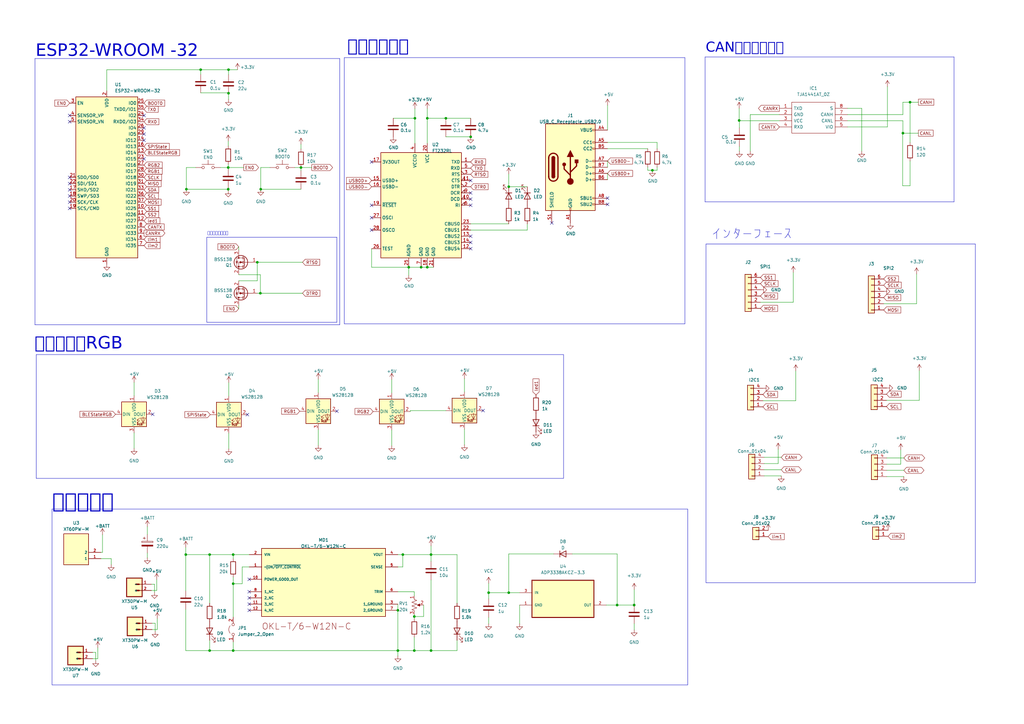
<source format=kicad_sch>
(kicad_sch (version 20230121) (generator eeschema)
  (paper "A3")
  (junction (at 170.18 48.514))
  (junction (at 93.726 28.575))
  (junction (at 172.72 109.601))
  (junction (at 82.296 28.575))
  (junction (at 163.195 266.827))
  (junction (at 267.589 69.85))
  (junction (at 106.807 120.269))
  (junction (at 208.661 243.078))
  (junction (at 303.149 49.403))
  (junction (at 193.04 56.134))
  (junction (at 76.454 77.597))
  (junction (at 208.661 76.581))
  (junction (at 167.64 109.601))
  (junction (at 95.631 239.395))
  (junction (at 176.784 266.827))
  (junction (at 105.537 107.569))
  (junction (at 169.926 252.857))
  (junction (at 93.726 38.227))
  (junction (at 93.599 68.707))
  (junction (at 253.111 248.158))
  (junction (at 373.253 41.91))
  (junction (at 169.926 266.827))
  (junction (at 163.195 250.317))
  (junction (at 370.332 54.61))
  (junction (at 260.096 248.158))
  (junction (at 76.2 227.457))
  (junction (at 93.599 77.597))
  (junction (at 200.406 243.078))
  (junction (at 95.631 227.457))
  (junction (at 175.26 48.514))
  (junction (at 106.934 77.597))
  (junction (at 175.26 109.601))
  (junction (at 123.444 68.707))
  (junction (at 85.979 266.827))
  (junction (at 182.88 48.514))
  (junction (at 176.784 227.457))
  (junction (at 95.631 266.827))
  (junction (at 165.227 227.457))
  (junction (at 85.979 227.457))
  (no_connect (at 102.235 250.317))
  (no_connect (at 152.4 89.281))
  (no_connect (at 59.055 47.371))
  (no_connect (at 28.575 77.851))
  (no_connect (at 152.4 66.421))
  (no_connect (at 28.575 49.911))
  (no_connect (at 193.04 96.901))
  (no_connect (at 28.575 85.471))
  (no_connect (at 102.235 242.697))
  (no_connect (at 59.055 52.451))
  (no_connect (at 193.04 79.121))
  (no_connect (at 138.176 168.656))
  (no_connect (at 249.174 83.82))
  (no_connect (at 28.575 75.311))
  (no_connect (at 102.235 247.777))
  (no_connect (at 198.12 168.402))
  (no_connect (at 193.04 101.981))
  (no_connect (at 193.04 81.661))
  (no_connect (at 62.611 169.926))
  (no_connect (at 28.575 47.371))
  (no_connect (at 102.235 237.617))
  (no_connect (at 193.04 99.441))
  (no_connect (at 152.4 94.361))
  (no_connect (at 249.174 81.28))
  (no_connect (at 193.04 84.201))
  (no_connect (at 28.575 82.931))
  (no_connect (at 226.314 91.44))
  (no_connect (at 28.575 80.391))
  (no_connect (at 193.04 74.041))
  (no_connect (at 102.235 245.237))
  (no_connect (at 59.055 54.991))
  (no_connect (at 101.473 170.053))
  (no_connect (at 59.055 57.531))
  (no_connect (at 28.575 72.771))
  (no_connect (at 152.4 84.201))
  (no_connect (at 59.055 65.151))
  (wire (pts (xy 325.374 123.952) (xy 311.912 123.952)))
  (wire (pts (xy 93.726 38.1) (xy 93.726 38.227)))
  (wire (pts (xy 363.728 192.913) (xy 370.713 192.913)))
  (wire (pts (xy 269.494 60.96) (xy 269.494 58.42)))
  (wire (pts (xy 208.661 243.078) (xy 213.106 243.078)))
  (wire (pts (xy 253.111 248.158) (xy 260.096 248.158)))
  (wire (pts (xy 130.556 176.276) (xy 130.556 182.626)))
  (wire (pts (xy 193.04 94.361) (xy 216.281 94.361)))
  (wire (pts (xy 54.991 156.845) (xy 54.991 162.306)))
  (wire (pts (xy 60.452 216.027) (xy 60.452 219.202)))
  (wire (pts (xy 63.627 255.651) (xy 62.357 255.651)))
  (wire (pts (xy 319.659 46.99) (xy 307.721 46.99)))
  (wire (pts (xy 106.934 68.707) (xy 106.934 77.597)))
  (wire (pts (xy 208.661 71.374) (xy 208.661 76.581)))
  (wire (pts (xy 60.452 228.727) (xy 60.452 226.822)))
  (wire (pts (xy 163.195 227.457) (xy 165.227 227.457)))
  (wire (pts (xy 169.926 244.348) (xy 169.926 242.697)))
  (wire (pts (xy 370.332 54.61) (xy 376.682 54.61)))
  (wire (pts (xy 208.661 227.203) (xy 208.661 243.078)))
  (wire (pts (xy 313.436 192.659) (xy 320.421 192.659)))
  (polyline (pts (xy 14.351 24.003) (xy 14.351 133.223)))
  (wire (pts (xy 269.494 69.85) (xy 269.494 68.58)))
  (wire (pts (xy 370.332 41.91) (xy 370.332 46.99)))
  (wire (pts (xy 63.373 242.951) (xy 63.373 239.649)))
  (wire (pts (xy 260.096 241.808) (xy 260.096 248.158)))
  (wire (pts (xy 377.063 164.211) (xy 363.601 164.211)))
  (wire (pts (xy 41.402 229.108) (xy 45.593 229.108)))
  (wire (pts (xy 377.063 152.019) (xy 377.063 164.211)))
  (polyline (pts (xy 14.351 24.003) (xy 139.319 24.003)))
  (wire (pts (xy 97.917 102.489) (xy 97.917 101.219)))
  (wire (pts (xy 313.436 187.579) (xy 320.421 187.579)))
  (wire (pts (xy 123.444 68.707) (xy 127.889 68.707)))
  (wire (pts (xy 373.253 66.04) (xy 373.253 76.2)))
  (wire (pts (xy 216.281 94.361) (xy 216.281 91.821)))
  (wire (pts (xy 213.106 248.158) (xy 213.106 255.778)))
  (wire (pts (xy 176.784 227.457) (xy 187.452 227.457)))
  (wire (pts (xy 95.631 227.457) (xy 102.235 227.457)))
  (wire (pts (xy 248.666 248.158) (xy 253.111 248.158)))
  (wire (pts (xy 76.2 242.316) (xy 76.2 227.457)))
  (wire (pts (xy 95.631 236.728) (xy 95.631 239.395)))
  (wire (pts (xy 97.917 112.649) (xy 106.807 112.649)))
  (wire (pts (xy 123.444 61.087) (xy 123.444 59.182)))
  (wire (pts (xy 45.593 229.108) (xy 45.593 231.521)))
  (wire (pts (xy 175.26 44.577) (xy 175.26 48.514)))
  (wire (pts (xy 347.599 49.53) (xy 370.332 49.53)))
  (wire (pts (xy 193.04 91.821) (xy 208.661 91.821)))
  (wire (pts (xy 326.39 164.338) (xy 312.928 164.338)))
  (polyline (pts (xy 391.287 23.368) (xy 391.287 82.804)))
  (wire (pts (xy 200.406 243.078) (xy 200.406 245.618)))
  (wire (pts (xy 41.402 226.568) (xy 42.037 226.568)))
  (wire (pts (xy 175.26 109.601) (xy 177.8 109.601)))
  (wire (pts (xy 106.807 120.269) (xy 105.537 120.269)))
  (wire (pts (xy 64.516 253.746) (xy 64.516 258.191)))
  (wire (pts (xy 163.195 266.827) (xy 163.195 268.986)))
  (wire (pts (xy 152.4 101.981) (xy 152.4 109.601)))
  (wire (pts (xy 99.314 239.395) (xy 95.631 239.395)))
  (wire (pts (xy 95.631 227.457) (xy 95.631 229.108)))
  (wire (pts (xy 163.195 247.777) (xy 163.195 250.317)))
  (wire (pts (xy 370.332 49.53) (xy 370.332 54.61)))
  (wire (pts (xy 347.599 52.07) (xy 363.982 52.07)))
  (wire (pts (xy 168.275 168.402) (xy 168.275 168.783)))
  (wire (pts (xy 190.5 155.321) (xy 190.5 160.782)))
  (wire (pts (xy 353.441 44.45) (xy 353.441 61.976)))
  (wire (pts (xy 249.174 66.04) (xy 249.174 68.58)))
  (wire (pts (xy 93.853 177.673) (xy 93.853 184.023)))
  (wire (pts (xy 200.406 255.778) (xy 200.406 253.238)))
  (wire (pts (xy 99.314 232.537) (xy 99.314 239.395)))
  (wire (pts (xy 95.631 263.271) (xy 95.631 266.827)))
  (wire (pts (xy 43.815 28.575) (xy 43.815 37.211)))
  (wire (pts (xy 249.174 60.96) (xy 265.684 60.96)))
  (wire (pts (xy 227.076 227.203) (xy 208.661 227.203)))
  (wire (pts (xy 303.276 60.071) (xy 303.276 61.976)))
  (wire (pts (xy 313.436 195.199) (xy 320.421 195.199)))
  (wire (pts (xy 176.784 230.251) (xy 176.784 227.457)))
  (wire (pts (xy 169.926 242.697) (xy 163.195 242.697)))
  (wire (pts (xy 187.452 266.827) (xy 176.784 266.827)))
  (wire (pts (xy 95.631 239.395) (xy 95.631 253.111)))
  (polyline (pts (xy 391.287 82.804) (xy 289.179 82.804)))
  (wire (pts (xy 303.276 52.451) (xy 303.276 49.403)))
  (wire (pts (xy 375.92 124.587) (xy 362.458 124.587)))
  (wire (pts (xy 165.227 227.457) (xy 176.784 227.457)))
  (wire (pts (xy 64.262 237.744) (xy 64.262 242.189)))
  (wire (pts (xy 40.132 265.684) (xy 40.132 270.129)))
  (wire (pts (xy 376.682 41.91) (xy 373.253 41.91)))
  (wire (pts (xy 182.88 48.514) (xy 175.26 48.514)))
  (wire (pts (xy 93.599 77.597) (xy 93.599 78.232)))
  (wire (pts (xy 190.5 176.022) (xy 190.5 182.372)))
  (wire (pts (xy 326.39 152.146) (xy 326.39 164.338)))
  (wire (pts (xy 169.926 252.857) (xy 169.926 251.968)))
  (wire (pts (xy 170.18 44.577) (xy 170.18 48.514)))
  (wire (pts (xy 93.853 156.972) (xy 93.853 162.433)))
  (wire (pts (xy 97.917 115.189) (xy 105.537 115.189)))
  (wire (pts (xy 373.253 41.91) (xy 373.253 58.42)))
  (wire (pts (xy 93.599 68.707) (xy 93.599 69.342)))
  (wire (pts (xy 303.149 49.403) (xy 303.149 49.53)))
  (wire (pts (xy 76.2 227.457) (xy 85.979 227.457)))
  (wire (pts (xy 42.037 226.568) (xy 42.037 219.329)))
  (wire (pts (xy 369.443 184.531) (xy 369.443 190.373)))
  (wire (pts (xy 85.979 266.827) (xy 76.2 266.827)))
  (wire (pts (xy 165.227 232.537) (xy 165.227 227.457)))
  (wire (pts (xy 85.979 227.457) (xy 95.631 227.457)))
  (wire (pts (xy 370.205 54.61) (xy 370.205 76.2)))
  (wire (pts (xy 54.991 177.546) (xy 54.991 183.896)))
  (wire (pts (xy 187.452 262.636) (xy 187.452 266.827)))
  (wire (pts (xy 90.424 68.707) (xy 93.599 68.707)))
  (wire (pts (xy 347.599 44.45) (xy 353.441 44.45)))
  (wire (pts (xy 253.111 227.203) (xy 253.111 248.158)))
  (wire (pts (xy 187.452 227.457) (xy 187.452 247.396)))
  (wire (pts (xy 182.88 168.402) (xy 168.275 168.402)))
  (wire (pts (xy 93.599 76.962) (xy 93.599 77.597)))
  (wire (pts (xy 76.2 266.827) (xy 76.2 249.936)))
  (wire (pts (xy 193.04 48.514) (xy 182.88 48.514)))
  (wire (pts (xy 93.726 28.575) (xy 93.726 30.607)))
  (wire (pts (xy 234.696 227.203) (xy 253.111 227.203)))
  (wire (pts (xy 169.926 261.366) (xy 169.926 266.827)))
  (wire (pts (xy 64.262 242.189) (xy 62.103 242.189)))
  (wire (pts (xy 64.516 258.191) (xy 62.357 258.191)))
  (wire (pts (xy 307.721 61.976) (xy 307.721 46.99)))
  (wire (pts (xy 163.195 266.827) (xy 95.631 266.827)))
  (polyline (pts (xy 289.179 23.368) (xy 391.287 23.368)))
  (wire (pts (xy 40.132 270.129) (xy 37.973 270.129)))
  (wire (pts (xy 369.443 190.373) (xy 363.728 190.373)))
  (polyline (pts (xy 289.179 82.804) (xy 289.179 23.368)))
  (wire (pts (xy 106.807 120.269) (xy 124.079 120.269)))
  (wire (pts (xy 110.744 68.707) (xy 106.934 68.707)))
  (wire (pts (xy 370.205 54.61) (xy 370.332 54.61)))
  (wire (pts (xy 123.444 68.707) (xy 123.444 69.977)))
  (wire (pts (xy 319.151 190.119) (xy 313.436 190.119)))
  (wire (pts (xy 370.332 41.91) (xy 373.253 41.91)))
  (wire (pts (xy 160.655 176.403) (xy 160.655 182.753)))
  (wire (pts (xy 176.784 223.901) (xy 176.784 227.457)))
  (wire (pts (xy 363.982 35.56) (xy 363.982 52.07)))
  (wire (pts (xy 85.979 227.457) (xy 85.979 247.396)))
  (wire (pts (xy 82.296 28.575) (xy 43.815 28.575)))
  (wire (pts (xy 105.537 115.189) (xy 105.537 107.569)))
  (wire (pts (xy 130.556 155.575) (xy 130.556 161.036)))
  (wire (pts (xy 63.627 258.953) (xy 63.627 255.651)))
  (wire (pts (xy 97.409 28.575) (xy 93.726 28.575)))
  (wire (pts (xy 163.195 250.317) (xy 163.195 266.827)))
  (wire (pts (xy 76.454 77.597) (xy 93.599 77.597)))
  (wire (pts (xy 85.979 262.636) (xy 85.979 266.827)))
  (wire (pts (xy 176.784 237.871) (xy 176.784 266.827)))
  (wire (pts (xy 93.599 59.817) (xy 93.599 57.912)))
  (wire (pts (xy 172.72 109.601) (xy 175.26 109.601)))
  (wire (pts (xy 249.174 71.12) (xy 249.174 73.66)))
  (wire (pts (xy 175.26 48.514) (xy 175.26 58.801)))
  (wire (pts (xy 363.728 187.833) (xy 370.713 187.833)))
  (wire (pts (xy 347.599 46.99) (xy 370.332 46.99)))
  (wire (pts (xy 97.917 126.619) (xy 97.917 125.349)))
  (wire (pts (xy 260.096 255.778) (xy 260.096 258.318)))
  (wire (pts (xy 163.195 266.827) (xy 169.926 266.827)))
  (wire (pts (xy 82.296 28.575) (xy 82.296 30.48)))
  (wire (pts (xy 249.174 43.18) (xy 249.174 53.34)))
  (wire (pts (xy 319.659 49.53) (xy 303.149 49.53)))
  (wire (pts (xy 80.264 68.707) (xy 76.454 68.707)))
  (wire (pts (xy 265.684 68.58) (xy 265.684 69.85)))
  (wire (pts (xy 176.784 266.827) (xy 169.926 266.827)))
  (wire (pts (xy 375.92 112.395) (xy 375.92 124.587)))
  (wire (pts (xy 93.599 67.437) (xy 93.599 68.707)))
  (wire (pts (xy 102.235 232.537) (xy 99.314 232.537)))
  (wire (pts (xy 39.243 267.589) (xy 37.973 267.589)))
  (wire (pts (xy 319.151 184.277) (xy 319.151 190.119)))
  (wire (pts (xy 216.281 76.581) (xy 208.661 76.581)))
  (wire (pts (xy 169.926 253.746) (xy 169.926 252.857)))
  (wire (pts (xy 325.374 111.76) (xy 325.374 123.952)))
  (polyline (pts (xy 14.351 133.223) (xy 139.319 133.223)))
  (wire (pts (xy 93.599 68.707) (xy 99.949 68.707)))
  (wire (pts (xy 200.406 243.078) (xy 208.661 243.078)))
  (wire (pts (xy 173.736 248.158) (xy 173.736 252.857)))
  (wire (pts (xy 182.88 56.134) (xy 193.04 56.134)))
  (wire (pts (xy 370.205 76.2) (xy 373.253 76.2)))
  (wire (pts (xy 105.537 107.569) (xy 124.079 107.569)))
  (wire (pts (xy 269.494 58.42) (xy 249.174 58.42)))
  (polyline (pts (xy 139.319 133.223) (xy 139.319 24.003)))
  (wire (pts (xy 120.904 68.707) (xy 123.444 68.707)))
  (wire (pts (xy 76.454 68.707) (xy 76.454 77.597)))
  (wire (pts (xy 39.243 270.891) (xy 39.243 267.589)))
  (wire (pts (xy 170.18 48.514) (xy 161.29 48.514)))
  (wire (pts (xy 106.807 112.649) (xy 106.807 120.269)))
  (wire (pts (xy 93.726 28.575) (xy 82.296 28.575)))
  (wire (pts (xy 95.631 266.827) (xy 85.979 266.827)))
  (wire (pts (xy 170.18 48.514) (xy 170.18 58.801)))
  (wire (pts (xy 167.64 112.903) (xy 167.64 109.601)))
  (wire (pts (xy 267.589 69.85) (xy 269.494 69.85)))
  (wire (pts (xy 160.655 155.702) (xy 160.655 161.163)))
  (wire (pts (xy 106.934 77.597) (xy 123.444 77.597)))
  (wire (pts (xy 303.276 49.403) (xy 303.149 49.403)))
  (wire (pts (xy 167.64 109.601) (xy 172.72 109.601)))
  (wire (pts (xy 363.728 195.453) (xy 370.713 195.453)))
  (wire (pts (xy 173.736 252.857) (xy 169.926 252.857)))
  (wire (pts (xy 63.373 239.649) (xy 62.103 239.649)))
  (wire (pts (xy 265.684 69.85) (xy 267.589 69.85)))
  (wire (pts (xy 200.406 239.268) (xy 200.406 243.078)))
  (wire (pts (xy 82.296 38.1) (xy 93.726 38.1)))
  (wire (pts (xy 93.726 38.227) (xy 93.726 40.767)))
  (wire (pts (xy 152.4 109.601) (xy 167.64 109.601)))
  (wire (pts (xy 76.2 224.536) (xy 76.2 227.457)))
  (wire (pts (xy 163.195 232.537) (xy 165.227 232.537)))
  (wire (pts (xy 303.149 44.45) (xy 303.149 49.403)))
  (rectangle (start 141.224 23.622) (end 280.924 132.842))
  (rectangle (start 84.836 97.282) (end 138.176 132.207))
  (rectangle (start 289.56 100.076) (end 400.05 239.014))
  (rectangle (start 21.336 208.788) (end 282.067 280.924))
  (rectangle (start 14.859 145.415) (end 231.14 196.215))
  (text "CANトランシーバ" (at 289.433 23.114 0) (effects (font (size 4 4)) (justify left bottom)))
  (text "電源ライン" (at 21.463 211.074 0) (effects (font (size 6 6)) (justify left bottom)))
  (text "ステータスRGB" (at 14.224 145.288 0) (effects (font (size 5 5)) (justify left bottom)))
  (text "インターフェース" (at 291.719 98.679 0) (effects (font (size 4 4)) (justify left bottom)))
  (text "シリアル変換" (at 142.494 23.495 0) (effects (font (size 5 5)) (justify left bottom)))
  (text "自動書き込み回路" (at 85.09 96.901 0) (effects (font (size 1.27 1.27)) (justify left bottom)))
  (text "ESP32-WROOM -32" (at 14.605 25.273 0) (effects (font (size 5 5)) (justify left bottom)))
  (global_label "RX0" (shape input) (at 193.04 66.421 0) (property "Intersheetrefs" "${INTERSHEET_REFS}" (effects hide)))
  (global_label "DTR0" (shape input) (at 124.079 120.269 0) (property "Intersheetrefs" "${INTERSHEET_REFS}" (effects hide)))
  (global_label "RTS0" (shape input) (at 193.04 71.501 0) (property "Intersheetrefs" "${INTERSHEET_REFS}" (effects hide)))
  (global_label "CANH" (shape bidirectional) (at 320.421 187.579 0) (property "Intersheetrefs" "${INTERSHEET_REFS}" (effects hide)))
  (global_label "SS2" (shape input) (at 362.458 114.427 0) (property "Intersheetrefs" "${INTERSHEET_REFS}" (effects hide)))
  (global_label "SCLK" (shape input) (at 59.055 72.771 0) (property "Intersheetrefs" "${INTERSHEET_REFS}" (effects hide)))
  (global_label "RGB2" (shape input) (at 59.055 67.691 0) (property "Intersheetrefs" "${INTERSHEET_REFS}" (effects hide)))
  (global_label "DTR0" (shape input) (at 193.04 76.581 0) (property "Intersheetrefs" "${INTERSHEET_REFS}" (effects hide)))
  (global_label "TX0" (shape input) (at 193.04 68.961 0) (property "Intersheetrefs" "${INTERSHEET_REFS}" (effects hide)))
  (global_label "CANRX" (shape output) (at 319.659 44.45 180) (property "Intersheetrefs" "${INTERSHEET_REFS}" (effects hide)))
  (global_label "SDA" (shape input) (at 363.601 161.671 0) (property "Intersheetrefs" "${INTERSHEET_REFS}" (effects hide)))
  (global_label "CANTX" (shape input) (at 59.055 93.091 0) (property "Intersheetrefs" "${INTERSHEET_REFS}" (effects hide)))
  (global_label "RX0" (shape input) (at 59.055 49.911 0) (property "Intersheetrefs" "${INTERSHEET_REFS}" (effects hide)))
  (global_label "EN0" (shape input) (at 28.575 42.291 180) (property "Intersheetrefs" "${INTERSHEET_REFS}" (effects hide)))
  (global_label "USB0D+" (shape input) (at 152.4 74.041 180) (property "Intersheetrefs" "${INTERSHEET_REFS}" (effects hide)))
  (global_label "BOOT0" (shape input) (at 97.917 101.219 180) (property "Intersheetrefs" "${INTERSHEET_REFS}" (effects hide)))
  (global_label "MISO" (shape input) (at 59.055 75.311 0) (property "Intersheetrefs" "${INTERSHEET_REFS}" (effects hide)))
  (global_label "SPIState" (shape input) (at 86.233 170.053 180) (property "Intersheetrefs" "${INTERSHEET_REFS}" (effects hide)))
  (global_label "BLEStateRGB" (shape input) (at 59.055 62.611 0) (property "Intersheetrefs" "${INTERSHEET_REFS}" (effects hide)))
  (global_label "led1" (shape input) (at 219.837 161.925 90) (property "Intersheetrefs" "${INTERSHEET_REFS}" (effects hide)))
  (global_label "SDA" (shape input) (at 59.055 77.851 0) (property "Intersheetrefs" "${INTERSHEET_REFS}" (effects hide)))
  (global_label "BOOT0" (shape output) (at 127.889 68.707 0) (property "Intersheetrefs" "${INTERSHEET_REFS}" (effects hide)))
  (global_label "EN0" (shape input) (at 97.917 126.619 180) (property "Intersheetrefs" "${INTERSHEET_REFS}" (effects hide)))
  (global_label "lim2" (shape input) (at 59.055 100.711 0) (property "Intersheetrefs" "${INTERSHEET_REFS}" (effects hide)))
  (global_label "EN0" (shape output) (at 99.949 68.707 0) (property "Intersheetrefs" "${INTERSHEET_REFS}" (effects hide)))
  (global_label "SS1" (shape input) (at 59.055 85.471 0) (property "Intersheetrefs" "${INTERSHEET_REFS}" (effects hide)))
  (global_label "MOSI" (shape input) (at 59.055 82.931 0) (property "Intersheetrefs" "${INTERSHEET_REFS}" (effects hide)))
  (global_label "lim1" (shape input) (at 315.087 220.091 0) (property "Intersheetrefs" "${INTERSHEET_REFS}" (effects hide)))
  (global_label "led1" (shape input) (at 59.055 90.551 0) (property "Intersheetrefs" "${INTERSHEET_REFS}" (effects hide)))
  (global_label "RTS0" (shape input) (at 124.079 107.569 0) (property "Intersheetrefs" "${INTERSHEET_REFS}" (effects hide)))
  (global_label "CANH" (shape bidirectional) (at 370.713 187.833 0) (property "Intersheetrefs" "${INTERSHEET_REFS}" (effects hide)))
  (global_label "SCLK" (shape input) (at 362.458 116.967 0) (property "Intersheetrefs" "${INTERSHEET_REFS}" (effects hide)))
  (global_label "CANL" (shape bidirectional) (at 370.713 192.913 0) (property "Intersheetrefs" "${INTERSHEET_REFS}" (effects hide)))
  (global_label "RGB1" (shape input) (at 122.936 168.656 180) (property "Intersheetrefs" "${INTERSHEET_REFS}" (effects hide)))
  (global_label "lim1" (shape input) (at 59.055 98.171 0) (property "Intersheetrefs" "${INTERSHEET_REFS}" (effects hide)))
  (global_label "SCL" (shape input) (at 312.928 166.878 0) (property "Intersheetrefs" "${INTERSHEET_REFS}" (effects hide)))
  (global_label "CANRX" (shape output) (at 59.055 95.631 0) (property "Intersheetrefs" "${INTERSHEET_REFS}" (effects hide)))
  (global_label "MISO" (shape input) (at 311.912 121.412 0) (property "Intersheetrefs" "${INTERSHEET_REFS}" (effects hide)))
  (global_label "RGB1" (shape input) (at 59.055 70.231 0) (property "Intersheetrefs" "${INTERSHEET_REFS}" (effects hide)))
  (global_label "CANTX" (shape input) (at 319.659 52.07 180) (property "Intersheetrefs" "${INTERSHEET_REFS}" (effects hide)))
  (global_label "CANL" (shape bidirectional) (at 320.421 192.659 0) (property "Intersheetrefs" "${INTERSHEET_REFS}" (effects hide)))
  (global_label "CANH" (shape passive) (at 376.682 41.91 0) (property "Intersheetrefs" "${INTERSHEET_REFS}" (effects hide)))
  (global_label "SS1" (shape input) (at 311.912 113.792 0) (property "Intersheetrefs" "${INTERSHEET_REFS}" (effects hide)))
  (global_label "SCLK" (shape input) (at 311.912 116.332 0) (property "Intersheetrefs" "${INTERSHEET_REFS}" (effects hide)))
  (global_label "SCL" (shape input) (at 59.055 80.391 0) (property "Intersheetrefs" "${INTERSHEET_REFS}" (effects hide)))
  (global_label "SCL" (shape input) (at 363.601 166.751 0) (property "Intersheetrefs" "${INTERSHEET_REFS}" (effects hide)))
  (global_label "RGB2" (shape input) (at 153.035 168.783 180) (property "Intersheetrefs" "${INTERSHEET_REFS}" (effects hide)))
  (global_label "BOOT0" (shape input) (at 59.055 42.291 0) (property "Intersheetrefs" "${INTERSHEET_REFS}" (effects hide)))
  (global_label "USB0D-" (shape input) (at 249.174 66.04 0) (property "Intersheetrefs" "${INTERSHEET_REFS}" (effects hide)))
  (global_label "MOSI" (shape input) (at 311.912 126.492 0) (property "Intersheetrefs" "${INTERSHEET_REFS}" (effects hide)))
  (global_label "MOSI" (shape input) (at 362.458 127.127 0) (property "Intersheetrefs" "${INTERSHEET_REFS}" (effects hide)))
  (global_label "CANL" (shape passive) (at 376.682 54.61 0) (property "Intersheetrefs" "${INTERSHEET_REFS}" (effects hide)))
  (global_label "USB0D-" (shape input) (at 152.4 76.581 180) (property "Intersheetrefs" "${INTERSHEET_REFS}" (effects hide)))
  (global_label "BLEStateRGB" (shape input) (at 47.371 169.926 180) (property "Intersheetrefs" "${INTERSHEET_REFS}" (effects hide)))
  (global_label "lim2" (shape input) (at 364.236 219.964 0) (property "Intersheetrefs" "${INTERSHEET_REFS}" (effects hide)))
  (global_label "TX0" (shape input) (at 59.055 44.831 0) (property "Intersheetrefs" "${INTERSHEET_REFS}" (effects hide)))
  (global_label "SDA" (shape input) (at 312.928 161.798 0) (property "Intersheetrefs" "${INTERSHEET_REFS}" (effects hide)))
  (global_label "USB0D+" (shape input) (at 249.174 71.12 0) (property "Intersheetrefs" "${INTERSHEET_REFS}" (effects hide)))
  (global_label "SPIState" (shape input) (at 59.055 60.071 0) (property "Intersheetrefs" "${INTERSHEET_REFS}" (effects hide)))
  (global_label "MISO" (shape input) (at 362.458 122.047 0) (property "Intersheetrefs" "${INTERSHEET_REFS}" (effects hide)))
  (global_label "SS2" (shape input) (at 59.055 88.011 0) (property "Intersheetrefs" "${INTERSHEET_REFS}" (effects hide)))
  (symbol (lib_id "power:GND") (at 130.556 182.626 0) (unit 1)
    (property "Reference" "#PWR054" (effects hide))
    (property "Value" "GND" (at 130.556 187.706 0))
  )
  (symbol (lib_id "power:+5V") (at 319.151 184.277 0) (unit 1)
    (property "Reference" "#PWR045" (effects hide))
    (property "Value" "+5V" (at 319.151 179.324 0))
  )
  (symbol (lib_id "power:GND") (at 353.441 61.976 0) (unit 1)
    (property "Reference" "#PWR032" (effects hide))
    (property "Value" "GND" (at 353.441 65.786 0))
  )
  (symbol (lib_id "power:+3.3V") (at 170.18 44.577 0) (unit 1)
    (property "Reference" "#PWR012" (effects hide))
    (property "Value" "+3.3V" (at 170.18 40.894 0))
  )
  (symbol (lib_id "power:+5V") (at 369.443 184.531 0) (unit 1)
    (property "Reference" "#PWR047" (effects hide))
    (property "Value" "+5V" (at 369.443 179.578 0))
  )
  (symbol (lib_id "Connector_Generic:Conn_01x06") (at 306.832 121.412 180) (unit 1)
    (property "Reference" "J2" (at 306.832 107.569 0))
    (property "Value" "SPI1" (at 313.944 109.347 0))
    (property "Footprint" "Connector_JST:JST_XH_B6B-XH-A_1x06_P2.50mm_Vertical" (effects hide))
  )
  (symbol (lib_id "power:GND") (at 161.29 56.134 0) (unit 1)
    (property "Reference" "#PWR010" (effects hide))
    (property "Value" "GND" (at 161.417 60.5282 0))
  )
  (symbol (lib_id "Device:R") (at 269.494 64.77 0) (unit 1)
    (property "Reference" "R6" (at 271.399 64.135 0) (effects (justify left)))
    (property "Value" "4.7k" (at 271.399 66.675 0) (effects (justify left)))
    (property "Footprint" "Resistor_SMD:R_0603_1608Metric_Pad0.98x0.95mm_HandSolder" (effects hide))
  )
  (symbol (lib_id "Device:C") (at 82.296 34.29 0) (unit 1)
    (property "Reference" "C1" (at 86.106 33.655 0) (effects (justify left)))
    (property "Value" "0.1u" (at 86.106 36.195 0) (effects (justify left)))
    (property "Footprint" "Capacitor_SMD:C_0402_1005Metric_Pad0.74x0.62mm_HandSolder" (effects hide))
  )
  (symbol (lib_id "Device:R") (at 373.253 62.23 0) (unit 1)
    (property "Reference" "R14" (at 375.793 60.9599 0) (effects (justify left)))
    (property "Value" "120" (at 375.793 63.4999 0) (effects (justify left)))
    (property "Footprint" "Resistor_SMD:R_0603_1608Metric" (effects hide))
  )
  (symbol (lib_id "Device:C") (at 260.096 251.968 0) (unit 1)
    (property "Reference" "C13" (at 263.906 250.6979 0) (effects (justify left)))
    (property "Value" "1u" (at 263.906 253.2379 0) (effects (justify left)))
    (property "Footprint" "Capacitor_SMD:C_0402_1005Metric" (effects hide))
  )
  (symbol (lib_id "power:+5V") (at 93.853 156.972 0) (unit 1)
    (property "Reference" "#PWR022" (effects hide))
    (property "Value" "+5V" (at 93.853 153.543 0))
  )
  (symbol (lib_id "Connector_Generic:Conn_01x04") (at 307.848 164.338 180) (unit 1)
    (property "Reference" "J4" (at 307.848 151.892 0))
    (property "Value" "I2C1" (at 309.372 155.829 0))
    (property "Footprint" "Connector_JST:JST_XH_B4B-XH-A_1x04_P2.50mm_Vertical" (effects hide))
  )
  (symbol (lib_id "power:GND") (at 93.599 78.232 0) (unit 1)
    (property "Reference" "#PWR07" (effects hide))
    (property "Value" "GND" (at 93.599 83.312 0))
  )
  (symbol (lib_id "power:GND") (at 320.421 195.199 0) (unit 1)
    (property "Reference" "#PWR046" (effects hide))
    (property "Value" "GND" (at 320.421 200.279 0))
  )
  (symbol (lib_id "Device:R") (at 265.684 64.77 0) (unit 1)
    (property "Reference" "R5" (at 260.604 64.135 0) (effects (justify left)))
    (property "Value" "4.7k" (at 259.969 66.675 0) (effects (justify left)))
    (property "Footprint" "Resistor_SMD:R_0603_1608Metric_Pad0.98x0.95mm_HandSolder" (effects hide))
  )
  (symbol (lib_id "power:+5V") (at 303.149 44.45 0) (unit 1)
    (property "Reference" "#PWR029" (effects hide))
    (property "Value" "+5V" (at 303.149 40.64 0))
  )
  (symbol (lib_id "LED:WS2812B") (at 190.5 168.402 0) (unit 1)
    (property "Reference" "D7" (at 200.533 159.258 0))
    (property "Value" "WS2812B" (at 200.533 161.798 0))
    (property "Footprint" "LED_SMD:LED_WS2812B_PLCC4_5.0x5.0mm_P3.2mm" (effects hide))
    (property "Datasheet" "https://cdn-shop.adafruit.com/datasheets/WS2812B.pdf" (effects hide))
  )
  (symbol (lib_id "0-Myparts:OKL-T{slash}6-W12N-C") (at 104.775 219.837 0) (unit 1)
    (property "Reference" "MD1" (at 132.715 221.488 0))
    (property "Value" "OKL-T/6-W12N-C" (at 132.715 224.028 0))
    (property "Footprint" "0-Myparts:MURATA_OKL-T-6-W12N-C_0" (effects hide))
    (property "MFG_PACKAGE_IDENT_REV" "0" (effects hide))
    (property "TEMPERATURE_RANGE_LOW" "-40°C" (effects hide))
    (property "OUTPUT_CURRENT" "6A" (effects hide))
    (property "ROHS" "Yes" (effects hide))
    (property "TEMPERATURE_RANGE_HIGH" "+85°C" (effects hide))
    (property "NOMINAL_SUPPLY_CURRENT" "20mA" (effects hide))
    (property "MFG_PACKAGE_IDENT_DATE" "0" (effects hide))
    (property "HEIGHT" "7.2mm" (effects hide))
    (property "SWITCHING_TOPOLOGY" "Buck" (effects hide))
    (property "OUTPUT_TYPE" "AdjustableProgrammable" (effects hide))
    (property "DIGIKEY_PART_NUMBER" "811-2214-1-ND" (effects hide))
    (property "MFG_PACKAGE_IDENT_COMPONENT_ID" "4873da16363307f0" (effects hide))
    (property "OUTPUT_VOLTAGE" "0.591-5.5V" (effects hide))
    (property "DEVICE_CLASS_L2" "Power Management ICs" (effects hide))
    (property "FOOTPRINT_VARIANT_NAME_0" "Recommended_Land_Pattern" (effects hide))
    (property "DEVICE_CLASS_L1" "Integrated Circuits (ICs)" (effects hide))
    (property "SWITCHING_FREQUENCY" "600kHz" (effects hide))
    (property "MFG_PACKAGE_IDENT" "OKL-T/6-W12" (effects hide))
    (property "MPN" "OKL-T/6-W12N-C" (effects hide))
    (property "AUTOMOTIVE" "No" (effects hide))
    (property "PACKAGE" "iLGA12" (effects hide))
    (property "PREFIX" "MD" (effects hide))
    (property "LEAD_FREE" "Yes" (effects hide))
    (property "DIGIKEY_DESCRIPTION" "DC DC CONVERTER 0.591-5.5V 30W" (effects hide))
    (property "VERIFICATION_VERSION" "0.0.0.3" (effects hide))
    (property "MAX_SUPPLY_VOLTAGE" "14V" (effects hide))
    (property "NUMBER_OF_OUTPUTS" "1" (effects hide))
    (property "MIN_SUPPLY_VOLTAGE" "4.5V" (effects hide))
    (property "DEVICE_CLASS_L3" "Voltage Regulators - Switching" (effects hide))
    (property "CENTROID_NOT_SPECIFIED" "No" (effects hide))
    (property "DATASHEET" "https://www.murata.com/en-us/products/productdetail.aspx?partno=OKL-T/6-W12N-C" (effects hide))
    (property "MF" "Murata" (effects hide))
    (property "MOUSER_PART_NUMBER" "580-OKL-T/6-W12N-C" (effects hide))
    (property "MOUSER_DESCRIPTION" "Non-Isolated DC/DC Converters 12Vin .59-5.5Vout 6A 30W Neg Polarity" (effects hide))
  )
  (symbol (lib_id "Switch:SW_Push") (at 115.824 68.707 0) (unit 1)
    (property "Reference" "SW2" (at 115.824 61.722 0))
    (property "Value" "BOOT0" (at 115.824 64.262 0))
    (property "Footprint" "0-Myparts:SKRPABE010" (effects hide))
  )
  (symbol (lib_id "power:+5V") (at 160.655 155.702 0) (unit 1)
    (property "Reference" "#PWR028" (effects hide))
    (property "Value" "+5V" (at 160.655 152.273 0))
  )
  (symbol (lib_id "power:+BATT") (at 42.037 219.329 0) (unit 1)
    (property "Reference" "#PWR040" (effects hide))
    (property "Value" "+BATT" (at 42.037 215.773 0))
  )
  (symbol (lib_id "power:GND") (at 370.713 195.453 0) (unit 1)
    (property "Reference" "#PWR048" (effects hide))
    (property "Value" "GND" (at 370.713 200.533 0))
  )
  (symbol (lib_id "power:GND") (at 193.04 56.134 0) (unit 1)
    (property "Reference" "#PWR014" (effects hide))
    (property "Value" "GND" (at 193.167 60.5282 0))
  )
  (symbol (lib_id "power:GND") (at 93.853 184.023 0) (unit 1)
    (property "Reference" "#PWR052" (effects hide))
    (property "Value" "GND" (at 93.853 189.103 0))
  )
  (symbol (lib_id "power:GND") (at 190.5 182.372 0) (unit 1)
    (property "Reference" "#PWR058" (effects hide))
    (property "Value" "GND" (at 190.5 187.452 0))
  )
  (symbol (lib_id "Device:R") (at 219.837 165.735 0) (unit 1)
    (property "Reference" "R20" (at 222.25 165.1 0) (effects (justify left)))
    (property "Value" "1k" (at 222.25 167.64 0) (effects (justify left)))
    (property "Footprint" "Resistor_SMD:R_0603_1608Metric_Pad0.98x0.95mm_HandSolder" (effects hide))
  )
  (symbol (lib_id "power:+5V") (at 64.516 253.746 0) (unit 1)
    (property "Reference" "#PWR036" (effects hide))
    (property "Value" "+5V" (at 64.516 250.317 0))
  )
  (symbol (lib_id "Device:LED") (at 216.281 80.391 270) (unit 1)
    (property "Reference" "D2" (at 218.821 78.1685 90) (effects (justify left)))
    (property "Value" "LED" (at 218.821 80.7085 90) (effects (justify left)))
    (property "Footprint" "LED_SMD:LED_0603_1608Metric_Pad1.05x0.95mm_HandSolder" (effects hide))
  )
  (symbol (lib_id "power:GND") (at 160.655 182.753 0) (unit 1)
    (property "Reference" "#PWR056" (effects hide))
    (property "Value" "GND" (at 160.655 187.833 0))
  )
  (symbol (lib_id "Transistor_FET:BSS138") (at 100.457 120.269 180) (unit 1)
    (property "Reference" "Q2" (at 95.2754 121.4374 0) (effects (justify left)))
    (property "Value" "BSS138" (at 95.2754 119.126 0) (effects (justify left)))
    (property "Footprint" "Package_TO_SOT_SMD:SOT-23" (effects hide))
    (property "Datasheet" "https://www.onsemi.com/pub/Collateral/BSS138-D.PDF" (effects hide))
  )
  (symbol (lib_id "power:GND") (at 260.096 258.318 0) (unit 1)
    (property "Reference" "#PWR065" (effects hide))
    (property "Value" "GND" (at 260.096 263.398 0))
  )
  (symbol (lib_id "power:+5V") (at 249.174 43.18 0) (unit 1)
    (property "Reference" "#PWR017" (effects hide))
    (property "Value" "+5V" (at 249.555 38.7858 0))
  )
  (symbol (lib_name "XT30PW-M_1") (lib_id "0-Myparts:XT30PW-M") (at 55.245 257.175 0) (mirror x) (unit 1)
    (property "Reference" "U6" (at 55.372 265.176 0))
    (property "Value" "XT30PW-M" (at 55.372 262.636 0))
    (property "Footprint" "Connector_AMASS:AMASS_XT30U-M_1x02_P5.0mm_Vertical" (effects hide))
  )
  (symbol (lib_id "power:GND") (at 213.106 255.778 0) (unit 1)
    (property "Reference" "#PWR063" (effects hide))
    (property "Value" "GND" (at 213.106 260.858 0))
  )
  (symbol (lib_id "0-Myparts:ADP3338AKCZ-3.3") (at 230.886 243.078 0) (unit 1)
    (property "Reference" "U4" (at 230.886 232.283 0))
    (property "Value" "ADP3338AKCZ-3.3" (at 230.886 234.823 0))
    (property "Footprint" "0-Myparts:SOT230P700X180-4N" (effects hide))
    (property "SUPPLIER" "Analog Devices" (effects hide))
    (property "MPN" "ADP3338AKCZ-3.3" (effects hide))
    (property "OC_FARNELL" "1319314" (effects hide))
    (property "OC_NEWARK" "19M8721" (effects hide))
    (property "PACKAGE" "SOT-223-3" (effects hide))
  )
  (symbol (lib_id "power:+5V") (at 176.784 223.901 0) (unit 1)
    (property "Reference" "#PWR042" (effects hide))
    (property "Value" "+5V" (at 176.784 220.472 0))
  )
  (symbol (lib_id "RF_Module:ESP32-WROOM-32") (at 43.815 72.771 0) (unit 1)
    (property "Reference" "U1" (at 47.117 34.671 0) (effects (justify left)))
    (property "Value" "ESP32-WROOM-32" (at 47.117 37.211 0) (effects (justify left)))
    (property "Footprint" "RF_Module:ESP32-WROOM-32" (effects hide))
    (property "Datasheet" "https://www.espressif.com/sites/default/files/documentation/esp32-wroom-32_datasheet_en.pdf" (effects hide))
  )
  (symbol (lib_id "power:+3.3V") (at 326.39 152.146 0) (unit 1)
    (property "Reference" "#PWR025" (effects hide))
    (property "Value" "+3.3V" (at 326.39 147.066 0))
  )
  (symbol (lib_id "Transistor_FET:BSS138") (at 100.457 107.569 0) (mirror y) (unit 1)
    (property "Reference" "Q1" (at 95.2754 108.7374 0) (effects (justify left)))
    (property "Value" "BSS138" (at 95.2754 106.426 0) (effects (justify left)))
    (property "Footprint" "Package_TO_SOT_SMD:SOT-23" (effects hide))
    (property "Datasheet" "https://www.onsemi.com/pub/Collateral/BSS138-D.PDF" (effects hide))
  )
  (symbol (lib_id "power:GND") (at 63.627 258.953 0) (unit 1)
    (property "Reference" "#PWR035" (effects hide))
    (property "Value" "GND" (at 63.627 264.414 0))
  )
  (symbol (lib_id "Connector_Generic:Conn_01x02") (at 310.007 220.091 180) (unit 1)
    (property "Reference" "J8" (at 310.007 212.09 0))
    (property "Value" "Conn_01x02" (at 310.007 214.63 0))
    (property "Footprint" "Connector_JST:JST_XH_B2B-XH-A_1x02_P2.50mm_Vertical" (effects hide))
  )
  (symbol (lib_id "power:+3.3V") (at 315.087 217.551 0) (unit 1)
    (property "Reference" "#PWR073" (effects hide))
    (property "Value" "+3.3V" (at 315.087 212.471 0))
  )
  (symbol (lib_id "power:GND") (at 45.593 231.521 0) (unit 1)
    (property "Reference" "#PWR039" (effects hide))
    (property "Value" "GND" (at 45.593 236.601 0))
  )
  (symbol (lib_name "XT30PW-M_1") (lib_id "0-Myparts:XT30PW-M") (at 30.861 269.113 0) (mirror x) (unit 1)
    (property "Reference" "U7" (at 30.988 277.114 0))
    (property "Value" "XT30PW-M" (at 30.988 274.574 0))
    (property "Footprint" "Connector_AMASS:AMASS_XT30U-M_1x02_P5.0mm_Vertical" (effects hide))
  )
  (symbol (lib_id "Switch:SW_Push") (at 85.344 68.707 0) (unit 1)
    (property "Reference" "SW1" (at 85.344 61.976 0))
    (property "Value" "EN0" (at 85.344 64.516 0))
    (property "Footprint" "0-Myparts:SKRPABE010" (effects hide))
  )
  (symbol (lib_id "power:+5V") (at 40.132 265.684 0) (unit 1)
    (property "Reference" "#PWR059" (effects hide))
    (property "Value" "+5V" (at 40.132 262.255 0))
  )
  (symbol (lib_id "power:GND") (at 219.837 177.165 0) (unit 1)
    (property "Reference" "#PWR034" (effects hide))
    (property "Value" "GND" (at 219.837 182.245 0))
  )
  (symbol (lib_id "Device:R") (at 85.979 251.206 0) (unit 1)
    (property "Reference" "R18" (at 88.9 250.571 0) (effects (justify left)))
    (property "Value" "1.8k" (at 88.9 253.111 0) (effects (justify left)))
    (property "Footprint" "Resistor_SMD:R_0603_1608Metric_Pad0.98x0.95mm_HandSolder" (effects hide))
  )
  (symbol (lib_id "power:+5V") (at 130.556 155.575 0) (unit 1)
    (property "Reference" "#PWR027" (effects hide))
    (property "Value" "+5V" (at 130.556 152.146 0))
  )
  (symbol (lib_id "Device:LED") (at 208.661 80.391 270) (unit 1)
    (property "Reference" "D1" (at 211.201 78.1685 90) (effects (justify left)))
    (property "Value" "LED" (at 211.201 80.7085 90) (effects (justify left)))
    (property "Footprint" "LED_SMD:LED_0603_1608Metric_Pad1.05x0.95mm_HandSolder" (effects hide))
  )
  (symbol (lib_id "Device:R_Potentiometer_US") (at 169.926 248.158 0) (unit 1)
    (property "Reference" "RV1" (at 167.386 247.523 0) (effects (justify right)))
    (property "Value" "20k" (at 167.386 250.063 0) (effects (justify right)))
    (property "Footprint" "0-Myparts:TSR-3296" (effects hide))
  )
  (symbol (lib_id "power:GND") (at 54.991 183.896 0) (unit 1)
    (property "Reference" "#PWR050" (effects hide))
    (property "Value" "GND" (at 54.991 188.976 0))
  )
  (symbol (lib_id "power:GND") (at 60.452 228.727 0) (unit 1)
    (property "Reference" "#PWR041" (effects hide))
    (property "Value" "GND" (at 60.452 233.807 0))
  )
  (symbol (lib_id "power:GND") (at 167.64 112.903 0) (unit 1)
    (property "Reference" "#PWR011" (effects hide))
    (property "Value" "GND" (at 167.767 117.2972 0))
  )
  (symbol (lib_id "Device:C") (at 303.276 56.261 0) (unit 1)
    (property "Reference" "C5" (at 295.91 56.261 0) (effects (justify left)))
    (property "Value" "0.1u" (at 297.561 58.166 0) (effects (justify left)))
    (property "Footprint" "Capacitor_SMD:C_0402_1005Metric" (effects hide))
  )
  (symbol (lib_id "power:GND") (at 163.195 268.986 0) (unit 1)
    (property "Reference" "#PWR043" (effects hide))
    (property "Value" "GND" (at 163.195 274.066 0))
  )
  (symbol (lib_id "Device:R") (at 95.631 232.918 0) (unit 1)
    (property "Reference" "R15" (at 89.916 231.902 0) (effects (justify left)))
    (property "Value" "20k" (at 89.916 234.442 0) (effects (justify left)))
    (property "Footprint" "Resistor_SMD:R_0603_1608Metric_Pad0.98x0.95mm_HandSolder" (effects hide))
  )
  (symbol (lib_id "Device:C") (at 176.784 234.061 0) (unit 1)
    (property "Reference" "C11" (at 180.086 233.426 0) (effects (justify left)))
    (property "Value" "10u" (at 180.086 235.966 0) (effects (justify left)))
    (property "Footprint" "Capacitor_SMD:C_0603_1608Metric_Pad1.08x0.95mm_HandSolder" (effects hide))
  )
  (symbol (lib_id "Device:LED") (at 85.979 258.826 90) (unit 1)
    (property "Reference" "D9" (at 88.9 259.7785 90) (effects (justify right)))
    (property "Value" "LED" (at 88.9 262.3185 90) (effects (justify right)))
    (property "Footprint" "LED_SMD:LED_0603_1608Metric_Pad1.05x0.95mm_HandSolder" (effects hide))
  )
  (symbol (lib_id "power:GND") (at 76.454 77.597 0) (unit 1)
    (property "Reference" "#PWR02" (effects hide))
    (property "Value" "GND" (at 76.454 82.677 0))
  )
  (symbol (lib_id "Connector_Generic:Conn_01x06") (at 357.378 122.047 180) (unit 1)
    (property "Reference" "J3" (at 357.378 108.204 0))
    (property "Value" "SPI2" (at 364.49 109.982 0))
    (property "Footprint" "Connector_JST:JST_XH_B6B-XH-A_1x06_P2.50mm_Vertical" (effects hide))
  )
  (symbol (lib_id "Connector_Generic:Conn_01x02") (at 359.156 219.964 180) (unit 1)
    (property "Reference" "J9" (at 359.156 211.963 0))
    (property "Value" "Conn_01x02" (at 359.156 214.503 0))
    (property "Footprint" "Connector_JST:JST_XH_B2B-XH-A_1x02_P2.50mm_Vertical" (effects hide))
  )
  (symbol (lib_id "power:GND") (at 307.721 61.976 0) (unit 1)
    (property "Reference" "#PWR031" (effects hide))
    (property "Value" "GND" (at 307.721 67.056 0))
  )
  (symbol (lib_id "0-Myparts:XT60PW-M") (at 31.75 232.664 180) (unit 1)
    (property "Reference" "U3" (at 31.242 214.503 0))
    (property "Value" "XT60PW-M" (at 31.242 217.043 0))
    (property "Footprint" "Connector_AMASS:AMASS_XT60PW-M_1x02_P7.20mm_Horizontal" (effects hide))
  )
  (symbol (lib_id "power:+3.3V") (at 377.063 152.019 0) (unit 1)
    (property "Reference" "#PWR026" (effects hide))
    (property "Value" "+3.3V" (at 377.063 146.939 0))
  )
  (symbol (lib_id "Device:C") (at 93.599 73.152 0) (unit 1)
    (property "Reference" "C4" (at 96.52 72.517 0) (effects (justify left)))
    (property "Value" "1u" (at 96.52 75.057 0) (effects (justify left)))
    (property "Footprint" "Capacitor_SMD:C_0402_1005Metric" (effects hide))
  )
  (symbol (lib_id "LED:WS2812B") (at 130.556 168.656 0) (unit 1)
    (property "Reference" "D5" (at 140.589 159.512 0))
    (property "Value" "WS2812B" (at 140.589 162.052 0))
    (property "Footprint" "LED_SMD:LED_WS2812B_PLCC4_5.0x5.0mm_P3.2mm" (effects hide))
    (property "Datasheet" "https://cdn-shop.adafruit.com/datasheets/WS2812B.pdf" (effects hide))
  )
  (symbol (lib_id "power:GND") (at 312.928 159.258 90) (unit 1)
    (property "Reference" "#PWR023" (effects hide))
    (property "Value" "GND" (at 317.246 159.2579 90) (effects (justify right)))
  )
  (symbol (lib_id "power:GND") (at 267.589 69.85 0) (unit 1)
    (property "Reference" "#PWR018" (effects hide))
    (property "Value" "GND" (at 267.716 74.2442 0))
  )
  (symbol (lib_id "Device:D") (at 230.886 227.203 0) (unit 1)
    (property "Reference" "D8" (at 230.886 222.123 0))
    (property "Value" "D" (at 230.886 224.663 0))
    (property "Footprint" "0-Myparts:SS2040FL" (effects hide))
    (property "Sim.Device" "D" (effects hide))
    (property "Sim.Pins" "1=K 2=A" (effects hide))
  )
  (symbol (lib_id "Connector_Generic:Conn_01x04") (at 358.521 164.211 180) (unit 1)
    (property "Reference" "J5" (at 358.521 151.765 0))
    (property "Value" "I2C2" (at 360.045 155.702 0))
    (property "Footprint" "Connector_JST:JST_XH_B4B-XH-A_1x04_P2.50mm_Vertical" (effects hide))
  )
  (symbol (lib_id "Device:C") (at 193.04 52.324 0) (unit 1)
    (property "Reference" "C8" (at 195.961 51.1556 0) (effects (justify left)))
    (property "Value" "4.7u" (at 195.961 53.467 0) (effects (justify left)))
    (property "Footprint" "Capacitor_SMD:C_0402_1005Metric_Pad0.74x0.62mm_HandSolder" (effects hide))
  )
  (symbol (lib_id "LED:WS2812B") (at 54.991 169.926 0) (unit 1)
    (property "Reference" "D3" (at 64.643 160.401 0))
    (property "Value" "WS2812B" (at 64.643 162.941 0))
    (property "Footprint" "LED_SMD:LED_WS2812B_PLCC4_5.0x5.0mm_P3.2mm" (effects hide))
    (property "Datasheet" "https://cdn-shop.adafruit.com/datasheets/WS2812B.pdf" (effects hide))
  )
  (symbol (lib_id "Connector_Generic:Conn_01x04") (at 358.648 192.913 180) (unit 1)
    (property "Reference" "J7" (at 358.648 182.753 0))
    (property "Value" "Conn_01x04" (at 358.648 185.293 0))
    (property "Footprint" "Connector_JST:JST_XH_B4B-XH-A_1x04_P2.50mm_Vertical" (effects hide))
  )
  (symbol (lib_id "power:+3.3V") (at 123.444 59.182 0) (unit 1)
    (property "Reference" "#PWR072" (effects hide))
    (property "Value" "+3.3V" (at 123.444 54.102 0))
  )
  (symbol (lib_id "Device:R") (at 187.452 251.206 0) (unit 1)
    (property "Reference" "R19" (at 189.23 250.571 0) (effects (justify left)))
    (property "Value" "1.8k" (at 189.23 253.111 0) (effects (justify left)))
    (property "Footprint" "Resistor_SMD:R_0603_1608Metric_Pad0.98x0.95mm_HandSolder" (effects hide))
  )
  (symbol (lib_name "XT30PW-M_1") (lib_id "0-Myparts:XT30PW-M") (at 54.991 241.173 0) (mirror x) (unit 1)
    (property "Reference" "U5" (at 55.118 249.174 0))
    (property "Value" "XT30PW-M" (at 55.118 246.634 0))
    (property "Footprint" "Connector_AMASS:AMASS_XT30U-M_1x02_P5.0mm_Vertical" (effects hide))
  )
  (symbol (lib_id "Device:R") (at 208.661 88.011 0) (unit 1)
    (property "Reference" "R3" (at 210.82 87.376 0) (effects (justify left)))
    (property "Value" "1k" (at 210.82 89.916 0) (effects (justify left)))
    (property "Footprint" "Resistor_SMD:R_0603_1608Metric_Pad0.98x0.95mm_HandSolder" (effects hide))
  )
  (symbol (lib_id "power:+5V") (at 190.5 155.321 0) (unit 1)
    (property "Reference" "#PWR049" (effects hide))
    (property "Value" "+5V" (at 190.5 151.892 0))
  )
  (symbol (lib_id "Device:C") (at 200.406 249.428 0) (unit 1)
    (property "Reference" "C12" (at 204.216 248.1579 0) (effects (justify left)))
    (property "Value" "1u" (at 204.216 250.6979 0) (effects (justify left)))
    (property "Footprint" "Capacitor_SMD:C_0402_1005Metric" (effects hide))
  )
  (symbol (lib_id "Device:C") (at 123.444 73.787 0) (unit 1)
    (property "Reference" "C3" (at 127.254 72.5169 0) (effects (justify left)))
    (property "Value" "0.1u" (at 127.254 75.0569 0) (effects (justify left)))
    (property "Footprint" "Capacitor_SMD:C_0402_1005Metric" (effects hide))
  )
  (symbol (lib_id "power:+3.3V") (at 260.096 241.808 0) (unit 1)
    (property "Reference" "#PWR064" (effects hide))
    (property "Value" "+3.3V" (at 260.096 236.093 0))
  )
  (symbol (lib_id "power:+BATT") (at 76.2 224.536 0) (unit 1)
    (property "Reference" "#PWR044" (effects hide))
    (property "Value" "+BATT" (at 76.2 220.98 0))
  )
  (symbol (lib_id "Device:R") (at 123.444 64.897 0) (unit 1)
    (property "Reference" "R17" (at 125.857 63.6269 0) (effects (justify left)))
    (property "Value" "10k" (at 125.857 66.1669 0) (effects (justify left)))
    (property "Footprint" "Resistor_SMD:R_0603_1608Metric" (effects hide))
  )
  (symbol (lib_id "power:GND") (at 63.373 242.951 0) (unit 1)
    (property "Reference" "#PWR070" (effects hide))
    (property "Value" "GND" (at 63.373 248.412 0))
  )
  (symbol (lib_id "Jumper:Jumper_2_Open") (at 95.631 258.191 90) (unit 1)
    (property "Reference" "JP1" (at 97.536 257.556 90) (effects (justify right)))
    (property "Value" "Jumper_2_Open" (at 97.536 260.096 90) (effects (justify right)))
    (property "Footprint" "Connector_PinHeader_2.54mm:PinHeader_1x02_P2.54mm_Vertical" (effects hide))
  )
  (symbol (lib_id "power:GND") (at 200.406 255.778 0) (unit 1)
    (property "Reference" "#PWR062" (effects hide))
    (property "Value" "GND" (at 200.406 260.858 0))
  )
  (symbol (lib_id "Interface_USB:FT232RL") (at 172.72 84.201 0) (unit 1)
    (property "Reference" "U2" (at 177.2159 59.309 0) (effects (justify left)))
    (property "Value" "FT232RL" (at 177.2159 61.849 0) (effects (justify left)))
    (property "Footprint" "Package_SO:SSOP-28_5.3x10.2mm_P0.65mm" (effects hide))
    (property "Datasheet" "https://www.ftdichip.com/Support/Documents/DataSheets/ICs/DS_FT232R.pdf" (effects hide))
  )
  (symbol (lib_id "power:+3.3V") (at 363.982 35.56 0) (unit 1)
    (property "Reference" "#PWR033" (effects hide))
    (property "Value" "+3.3V" (at 363.982 30.48 0))
  )
  (symbol (lib_id "power:+5V") (at 54.991 156.845 0) (unit 1)
    (property "Reference" "#PWR021" (effects hide))
    (property "Value" "+5V" (at 54.991 153.416 0))
  )
  (symbol (lib_id "power:+5V") (at 64.262 237.744 0) (unit 1)
    (property "Reference" "#PWR066" (effects hide))
    (property "Value" "+5V" (at 64.262 234.315 0))
  )
  (symbol (lib_id "Device:C_Polarized") (at 60.452 223.012 0) (unit 1)
    (property "Reference" "C9" (at 64.135 221.488 0) (effects (justify left)))
    (property "Value" "220u" (at 64.135 224.028 0) (effects (justify left)))
    (property "Footprint" "Capacitor_THT:CP_Radial_D5.0mm_P2.50mm" (effects hide))
  )
  (symbol (lib_id "power:+3.3V") (at 325.374 111.76 0) (unit 1)
    (property "Reference" "#PWR019" (effects hide))
    (property "Value" "+3.3V" (at 325.374 106.68 0))
  )
  (symbol (lib_id "power:+BATT") (at 60.452 216.027 0) (unit 1)
    (property "Reference" "#PWR038" (effects hide))
    (property "Value" "+BATT" (at 60.452 212.471 0))
  )
  (symbol (lib_id "Device:C") (at 76.2 246.126 0) (unit 1)
    (property "Reference" "C10" (at 79.502 245.491 0) (effects (justify left)))
    (property "Value" "22u" (at 79.502 248.031 0) (effects (justify left)))
    (property "Footprint" "Capacitor_SMD:C_0805_2012Metric_Pad1.18x1.45mm_HandSolder" (effects hide))
  )
  (symbol (lib_id "power:+5V") (at 175.26 44.577 0) (unit 1)
    (property "Reference" "#PWR013" (effects hide))
    (property "Value" "+5V" (at 175.133 40.767 0))
  )
  (symbol (lib_id "0-Myparts:TJA1441AT_0Z") (at 319.659 44.45 0) (unit 1)
    (property "Reference" "IC1" (at 333.629 36.195 0))
    (property "Value" "TJA1441AT_0Z" (at 333.629 38.735 0))
    (property "Footprint" "0-Myparts:SOIC127P600X175-8N" (effects hide))
    (property "Datasheet" "https://www.mouser.it/datasheet/2/302/TJA1441-1949304.pdf" (effects hide))
    (property "Description" "High-speed CAN transceiver" (effects hide))
    (property "Height" "1.75" (effects hide))
    (property "Mouser Part Number" "771-TJA1441AT/0Z" (effects hide))
    (property "Mouser Price/Stock" "https://www.mouser.co.uk/ProductDetail/NXP-Semiconductors/TJA1441AT-0Z?qs=eP2BKZSCXI7fcqmlBnmIFw%3D%3D" (effects hide))
    (property "Manufacturer_Name" "NXP" (effects hide))
    (property "Manufacturer_Part_Number" "TJA1441AT/0Z" (effects hide))
  )
  (symbol (lib_id "power:GND") (at 362.458 119.507 90) (unit 1)
    (property "Reference" "#PWR09" (effects hide))
    (property "Value" "GND" (at 366.776 119.5069 90) (effects (justify right)))
  )
  (symbol (lib_id "power:GND") (at 303.276 61.976 0) (unit 1)
    (property "Reference" "#PWR030" (effects hide))
    (property "Value" "GND" (at 303.276 67.056 0))
  )
  (symbol (lib_id "power:GND") (at 93.726 40.767 0) (unit 1)
    (property "Reference" "#PWR04" (effects hide))
    (property "Value" "GND" (at 93.726 45.212 0))
  )
  (symbol (lib_id "power:+3.3V") (at 208.661 71.374 0) (unit 1)
    (property "Reference" "#PWR015" (effects hide))
    (property "Value" "+3.3V" (at 208.661 67.691 0))
  )
  (symbol (lib_id "Connector:USB_C_Receptacle_USB2.0") (at 233.934 68.58 0) (unit 1)
    (property "Reference" "J1" (at 233.934 47.371 0))
    (property "Value" "USB_C_Receptacle_USB2.0" (at 233.934 49.911 0))
    (property "Footprint" "Connector_USB:USB_C_Receptacle_HRO_TYPE-C-31-M-12" (effects hide))
    (property "Datasheet" "https://www.usb.org/sites/default/files/documents/usb_type-c.zip" (effects hide))
  )
  (symbol (lib_id "power:GND") (at 106.934 77.597 0) (unit 1)
    (property "Reference" "#PWR03" (effects hide))
    (property "Value" "GND" (at 106.934 82.677 0))
  )
  (symbol (lib_id "LED:WS2812B") (at 160.655 168.783 0) (unit 1)
    (property "Reference" "D6" (at 170.688 159.639 0))
    (property "Value" "WS2812B" (at 170.688 162.179 0))
    (property "Footprint" "LED_SMD:LED_WS2812B_PLCC4_5.0x5.0mm_P3.2mm" (effects hide))
    (property "Datasheet" "https://cdn-shop.adafruit.com/datasheets/WS2812B.pdf" (effects hide))
  )
  (symbol (lib_id "power:GND") (at 363.601 159.131 90) (unit 1)
    (property "Reference" "#PWR024" (effects hide))
    (property "Value" "GND" (at 367.919 159.1309 90) (effects (justify right)))
  )
  (symbol (lib_id "power:GND") (at 311.912 118.872 90) (unit 1)
    (property "Reference" "#PWR08" (effects hide))
    (property "Value" "GND" (at 316.23 118.8719 90) (effects (justify right)))
  )
  (symbol (lib_id "Device:LED") (at 219.837 173.355 90) (unit 1)
    (property "Reference" "D11" (at 222.758 174.3075 90) (effects (justify right)))
    (property "Value" "LED" (at 222.758 176.8475 90) (effects (justify right)))
    (property "Footprint" "LED_SMD:LED_0603_1608Metric_Pad1.05x0.95mm_HandSolder" (effects hide))
  )
  (symbol (lib_id "power:+3.3V") (at 93.599 57.912 0) (unit 1)
    (property "Reference" "#PWR06" (effects hide))
    (property "Value" "+3.3V" (at 93.599 52.832 0))
  )
  (symbol (lib_id "Device:R") (at 216.281 88.011 0) (unit 1)
    (property "Reference" "R4" (at 218.44 87.376 0) (effects (justify left)))
    (property "Value" "1k" (at 218.44 89.916 0) (effects (justify left)))
    (property "Footprint" "Resistor_SMD:R_0603_1608Metric_Pad0.98x0.95mm_HandSolder" (effects hide))
  )
  (symbol (lib_id "Device:C") (at 161.29 52.324 0) (unit 1)
    (property "Reference" "C6" (at 164.211 51.1556 0) (effects (justify left)))
    (property "Value" "0.1u" (at 164.211 53.467 0) (effects (justify left)))
    (property "Footprint" "Capacitor_SMD:C_0402_1005Metric_Pad0.74x0.62mm_HandSolder" (effects hide))
  )
  (symbol (lib_id "power:VCC") (at 200.406 239.268 0) (unit 1)
    (property "Reference" "#PWR061" (effects hide))
    (property "Value" "VCC" (at 200.406 234.188 0))
  )
  (symbol (lib_id "Connector_Generic:Conn_01x04") (at 308.356 192.659 180) (unit 1)
    (property "Reference" "J6" (at 308.356 182.499 0))
    (property "Value" "Conn_01x04" (at 308.356 185.039 0))
    (property "Footprint" "Connector_JST:JST_XH_B4B-XH-A_1x04_P2.50mm_Vertical" (effects hide))
  )
  (symbol (lib_id "power:GND") (at 43.815 108.331 0) (unit 1)
    (property "Reference" "#PWR01" (effects hide))
    (property "Value" "GND" (at 43.815 112.903 0))
  )
  (symbol (lib_id "power:GND") (at 233.934 91.44 0) (unit 1)
    (property "Reference" "#PWR016" (effects hide))
    (property "Value" "GND" (at 234.061 95.8342 0))
  )
  (symbol (lib_id "Device:LED") (at 187.452 258.826 90) (unit 1)
    (property "Reference" "D10" (at 190.373 259.7785 90) (effects (justify right)))
    (property "Value" "LED" (at 190.373 262.3185 90) (effects (justify right)))
    (property "Footprint" "LED_SMD:LED_0603_1608Metric_Pad1.05x0.95mm_HandSolder" (effects hide))
  )
  (symbol (lib_id "power:GND") (at 39.243 270.891 0) (unit 1)
    (property "Reference" "#PWR037" (effects hide))
    (property "Value" "GND" (at 39.243 276.352 0))
  )
  (symbol (lib_id "power:+3.3V") (at 375.92 112.395 0) (unit 1)
    (property "Reference" "#PWR020" (effects hide))
    (property "Value" "+3.3V" (at 375.92 107.315 0))
  )
  (symbol (lib_id "power:+3.3V") (at 97.409 28.575 0) (unit 1)
    (property "Reference" "#PWR05" (effects hide))
    (property "Value" "+3.3V" (at 101.473 27.559 0))
  )
  (symbol (lib_id "Device:R") (at 93.599 63.627 0) (unit 1)
    (property "Reference" "R1" (at 96.012 62.3569 0) (effects (justify left)))
    (property "Value" "10k" (at 96.012 64.8969 0) (effects (justify left)))
    (property "Footprint" "Resistor_SMD:R_0603_1608Metric" (effects hide))
  )
  (symbol (lib_id "power:+3.3V") (at 364.236 217.424 0) (unit 1)
    (property "Reference" "#PWR074" (effects hide))
    (property "Value" "+3.3V" (at 364.236 212.344 0))
  )
  (symbol (lib_id "Device:C") (at 182.88 52.324 0) (unit 1)
    (property "Reference" "C7" (at 185.801 51.1556 0) (effects (justify left)))
    (property "Value" "0.1u" (at 185.801 53.467 0) (effects (justify left)))
    (property "Footprint" "Capacitor_SMD:C_0402_1005Metric_Pad0.74x0.62mm_HandSolder" (effects hide))
  )
  (symbol (lib_id "LED:WS2812B") (at 93.853 170.053 0) (unit 1)
    (property "Reference" "D4" (at 103.378 160.274 0))
    (property "Value" "WS2812B" (at 103.378 162.814 0))
    (property "Footprint" "LED_SMD:LED_WS2812B_PLCC4_5.0x5.0mm_P3.2mm" (effects hide))
    (property "Datasheet" "https://cdn-shop.adafruit.com/datasheets/WS2812B.pdf" (effects hide))
  )
  (symbol (lib_id "Device:R") (at 169.926 257.556 0) (unit 1)
    (property "Reference" "R16" (at 172.466 256.921 0) (effects (justify left)))
    (property "Value" "1.2k" (at 172.466 259.461 0) (effects (justify left)))
    (property "Footprint" "Resistor_SMD:R_0603_1608Metric_Pad0.98x0.95mm_HandSolder" (effects hide))
  )
  (symbol (lib_id "Device:C") (at 93.726 34.417 0) (unit 1)
    (property "Reference" "C2" (at 97.536 33.782 0) (effects (justify left)))
    (property "Value" "22u" (at 97.536 36.322 0) (effects (justify left)))
    (property "Footprint" "Capacitor_SMD:C_0805_2012Metric_Pad1.18x1.45mm_HandSolder" (effects hide))
  )
)
</source>
